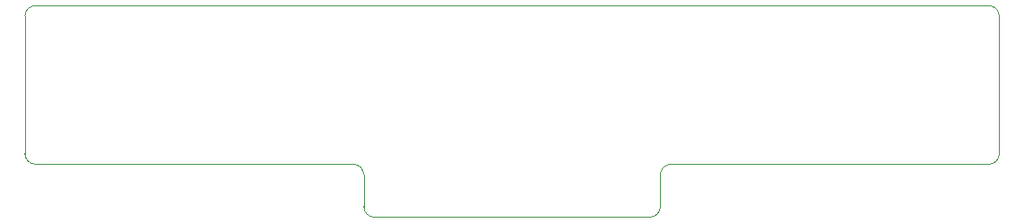
<source format=gbr>
%TF.GenerationSoftware,KiCad,Pcbnew,7.0.7*%
%TF.CreationDate,2023-09-18T17:27:43-04:00*%
%TF.ProjectId,N64 Cart FFC WRONG WAY,4e363420-4361-4727-9420-464643205752,rev?*%
%TF.SameCoordinates,Original*%
%TF.FileFunction,Profile,NP*%
%FSLAX46Y46*%
G04 Gerber Fmt 4.6, Leading zero omitted, Abs format (unit mm)*
G04 Created by KiCad (PCBNEW 7.0.7) date 2023-09-18 17:27:43*
%MOMM*%
%LPD*%
G01*
G04 APERTURE LIST*
%TA.AperFunction,Profile*%
%ADD10C,0.100000*%
%TD*%
G04 APERTURE END LIST*
D10*
X206000000Y-85000000D02*
G75*
G03*
X205000000Y-84000000I-1000000J0D01*
G01*
X145000000Y-99000000D02*
X115000000Y-99000000D01*
X115000000Y-84000000D02*
X205000000Y-84000000D01*
X146000000Y-103000000D02*
G75*
G03*
X147000000Y-104000000I1000000J0D01*
G01*
X115000000Y-84000000D02*
G75*
G03*
X114000000Y-85000000I0J-1000000D01*
G01*
X173000000Y-104000000D02*
G75*
G03*
X174000000Y-103000000I0J1000000D01*
G01*
X175000000Y-99000000D02*
X205000000Y-99000000D01*
X205000000Y-99000000D02*
G75*
G03*
X206000000Y-98000000I0J1000000D01*
G01*
X173000000Y-104000000D02*
X147000000Y-104000000D01*
X174000000Y-103000000D02*
X174000000Y-100000000D01*
X114000000Y-98000000D02*
G75*
G03*
X115000000Y-99000000I1000000J0D01*
G01*
X114000000Y-98000000D02*
X114000000Y-85000000D01*
X146000000Y-103000000D02*
X146000000Y-100000000D01*
X146000000Y-100000000D02*
G75*
G03*
X145000000Y-99000000I-1000000J0D01*
G01*
X175000000Y-99000000D02*
G75*
G03*
X174000000Y-100000000I0J-1000000D01*
G01*
X206000000Y-85000000D02*
X206000000Y-98000000D01*
M02*

</source>
